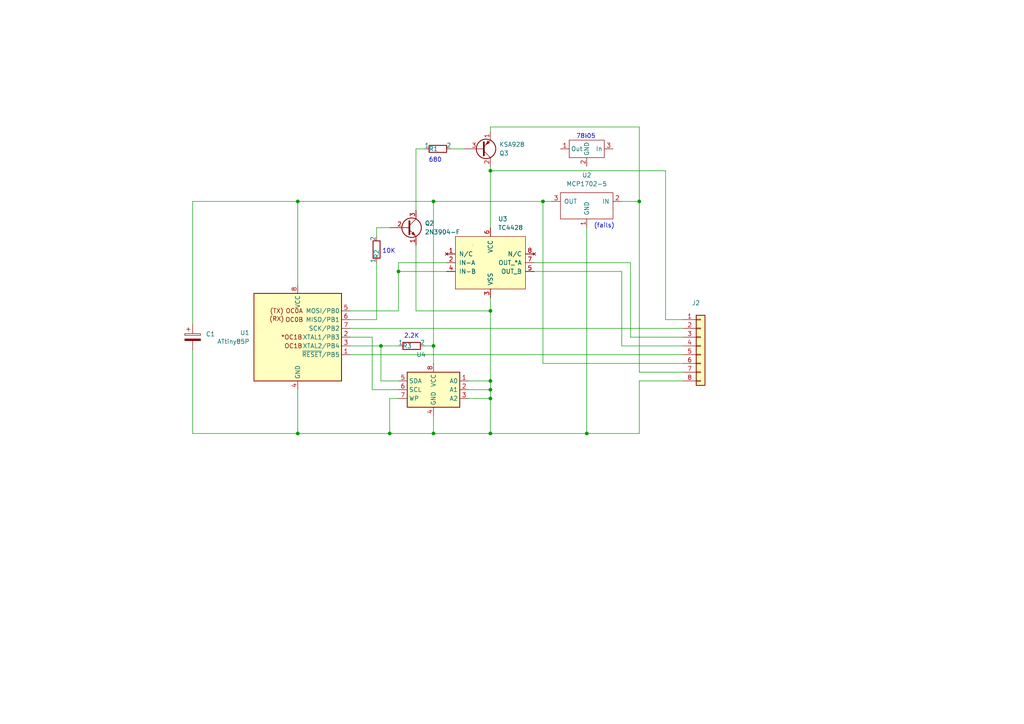
<source format=kicad_sch>
(kicad_sch
	(version 20231120)
	(generator "eeschema")
	(generator_version "8.0")
	(uuid "b068ea16-1fa6-404d-a7f6-f7a235438ac4")
	(paper "A4")
	(lib_symbols
		(symbol "0_Library:24LC512P"
			(exclude_from_sim no)
			(in_bom yes)
			(on_board yes)
			(property "Reference" "U"
				(at -6.35 6.35 0)
				(effects
					(font
						(size 1.27 1.27)
					)
				)
			)
			(property "Value" "24LC512P"
				(at 1.27 6.35 0)
				(effects
					(font
						(size 1.27 1.27)
					)
					(justify left)
				)
			)
			(property "Footprint" "0_Footprint:DIP-8_W_7.62mm"
				(at 0 0 0)
				(effects
					(font
						(size 1.27 1.27)
					)
					(hide yes)
				)
			)
			(property "Datasheet" "http://ww1.microchip.com/downloads/en/DeviceDoc/21703d.pdf"
				(at 0 0 0)
				(effects
					(font
						(size 1.27 1.27)
					)
					(hide yes)
				)
			)
			(property "Description" "I2C Serial EEPROM, 16Kb, DIP-8/SOIC-8/TSSOP-8/DFN-8"
				(at 0 0 0)
				(effects
					(font
						(size 1.27 1.27)
					)
					(hide yes)
				)
			)
			(property "ki_keywords" "I2C Serial EEPROM"
				(at 0 0 0)
				(effects
					(font
						(size 1.27 1.27)
					)
					(hide yes)
				)
			)
			(property "ki_fp_filters" "DIP*W7.62mm* SOIC*3.9x4.9mm* TSSOP*4.4x3mm*P0.65mm* DFN*3x2mm*P0.5mm*"
				(at 0 0 0)
				(effects
					(font
						(size 1.27 1.27)
					)
					(hide yes)
				)
			)
			(symbol "24LC512P_1_1"
				(rectangle
					(start -7.62 5.08)
					(end 7.62 -5.08)
					(stroke
						(width 0.254)
						(type solid)
					)
					(fill
						(type background)
					)
				)
				(pin input line
					(at -10.16 2.54 0)
					(length 2.54)
					(name "A0"
						(effects
							(font
								(size 1.27 1.27)
							)
						)
					)
					(number "1"
						(effects
							(font
								(size 1.27 1.27)
							)
						)
					)
				)
				(pin input line
					(at -10.16 0 0)
					(length 2.54)
					(name "A1"
						(effects
							(font
								(size 1.27 1.27)
							)
						)
					)
					(number "2"
						(effects
							(font
								(size 1.27 1.27)
							)
						)
					)
				)
				(pin input line
					(at -10.16 -2.54 0)
					(length 2.54)
					(name "A2"
						(effects
							(font
								(size 1.27 1.27)
							)
						)
					)
					(number "3"
						(effects
							(font
								(size 1.27 1.27)
							)
						)
					)
				)
				(pin power_in line
					(at 0 -7.62 90)
					(length 2.54)
					(name "GND"
						(effects
							(font
								(size 1.27 1.27)
							)
						)
					)
					(number "4"
						(effects
							(font
								(size 1.27 1.27)
							)
						)
					)
				)
				(pin bidirectional line
					(at 10.16 2.54 180)
					(length 2.54)
					(name "SDA"
						(effects
							(font
								(size 1.27 1.27)
							)
						)
					)
					(number "5"
						(effects
							(font
								(size 1.27 1.27)
							)
						)
					)
				)
				(pin input line
					(at 10.16 0 180)
					(length 2.54)
					(name "SCL"
						(effects
							(font
								(size 1.27 1.27)
							)
						)
					)
					(number "6"
						(effects
							(font
								(size 1.27 1.27)
							)
						)
					)
				)
				(pin input line
					(at 10.16 -2.54 180)
					(length 2.54)
					(name "WP"
						(effects
							(font
								(size 1.27 1.27)
							)
						)
					)
					(number "7"
						(effects
							(font
								(size 1.27 1.27)
							)
						)
					)
				)
				(pin power_in line
					(at 0 7.62 270)
					(length 2.54)
					(name "VCC"
						(effects
							(font
								(size 1.27 1.27)
							)
						)
					)
					(number "8"
						(effects
							(font
								(size 1.27 1.27)
							)
						)
					)
				)
			)
		)
		(symbol "0_Library:2N3904-F"
			(pin_names
				(offset 0) hide)
			(exclude_from_sim no)
			(in_bom yes)
			(on_board yes)
			(property "Reference" "Q"
				(at 5.08 1.905 0)
				(effects
					(font
						(size 1.27 1.27)
					)
					(justify left)
				)
			)
			(property "Value" "2N3904-F"
				(at 5.08 0 0)
				(effects
					(font
						(size 1.27 1.27)
					)
					(justify left)
				)
			)
			(property "Footprint" "0_Footprint:TO-92X"
				(at 5.08 -1.905 0)
				(effects
					(font
						(size 1.27 1.27)
						(italic yes)
					)
					(justify left)
					(hide yes)
				)
			)
			(property "Datasheet" "https://www.onsemi.com/pub/Collateral/2N3903-D.PDF"
				(at 0 0 0)
				(effects
					(font
						(size 1.27 1.27)
					)
					(justify left)
					(hide yes)
				)
			)
			(property "Description" "0.2A Ic, 40V Vce, Small Signal NPN Transistor, TO-92"
				(at 0 0 0)
				(effects
					(font
						(size 1.27 1.27)
					)
					(hide yes)
				)
			)
			(property "ki_keywords" "NPN Transistor"
				(at 0 0 0)
				(effects
					(font
						(size 1.27 1.27)
					)
					(hide yes)
				)
			)
			(property "ki_fp_filters" "TO?92*"
				(at 0 0 0)
				(effects
					(font
						(size 1.27 1.27)
					)
					(hide yes)
				)
			)
			(symbol "2N3904-F_0_1"
				(polyline
					(pts
						(xy 0.635 0.635) (xy 2.54 2.54)
					)
					(stroke
						(width 0)
						(type solid)
					)
					(fill
						(type none)
					)
				)
				(polyline
					(pts
						(xy 0.635 -0.635) (xy 2.54 -2.54) (xy 2.54 -2.54)
					)
					(stroke
						(width 0)
						(type solid)
					)
					(fill
						(type none)
					)
				)
				(polyline
					(pts
						(xy 0.635 1.905) (xy 0.635 -1.905) (xy 0.635 -1.905)
					)
					(stroke
						(width 0.508)
						(type solid)
					)
					(fill
						(type none)
					)
				)
				(polyline
					(pts
						(xy 1.27 -1.778) (xy 1.778 -1.27) (xy 2.286 -2.286) (xy 1.27 -1.778) (xy 1.27 -1.778)
					)
					(stroke
						(width 0)
						(type solid)
					)
					(fill
						(type outline)
					)
				)
				(circle
					(center 1.27 0)
					(radius 2.8194)
					(stroke
						(width 0.254)
						(type solid)
					)
					(fill
						(type none)
					)
				)
			)
			(symbol "2N3904-F_1_1"
				(pin passive line
					(at 2.54 -5.08 90)
					(length 2.54)
					(name "E"
						(effects
							(font
								(size 1.27 1.27)
							)
						)
					)
					(number "1"
						(effects
							(font
								(size 1.27 1.27)
							)
						)
					)
				)
				(pin passive line
					(at -5.08 0 0)
					(length 5.715)
					(name "B"
						(effects
							(font
								(size 1.27 1.27)
							)
						)
					)
					(number "2"
						(effects
							(font
								(size 1.27 1.27)
							)
						)
					)
				)
				(pin passive line
					(at 2.54 5.08 270)
					(length 2.54)
					(name "C"
						(effects
							(font
								(size 1.27 1.27)
							)
						)
					)
					(number "3"
						(effects
							(font
								(size 1.27 1.27)
							)
						)
					)
				)
			)
		)
		(symbol "0_Library:78L05"
			(exclude_from_sim no)
			(in_bom yes)
			(on_board yes)
			(property "Reference" "U"
				(at -1.524 3.81 0)
				(effects
					(font
						(size 1.27 1.27)
					)
				)
			)
			(property "Value" ""
				(at 0 -1.27 0)
				(effects
					(font
						(size 1.27 1.27)
					)
				)
			)
			(property "Footprint" ""
				(at 0 -1.27 0)
				(effects
					(font
						(size 1.27 1.27)
					)
					(hide yes)
				)
			)
			(property "Datasheet" ""
				(at 0 -1.27 0)
				(effects
					(font
						(size 1.27 1.27)
					)
					(hide yes)
				)
			)
			(property "Description" ""
				(at 0 -1.27 0)
				(effects
					(font
						(size 1.27 1.27)
					)
					(hide yes)
				)
			)
			(symbol "78L05_0_1"
				(rectangle
					(start -5.08 2.54)
					(end 5.08 -2.54)
					(stroke
						(width 0)
						(type default)
					)
					(fill
						(type none)
					)
				)
			)
			(symbol "78L05_1_1"
				(pin output line
					(at 7.62 0 180)
					(length 2.54)
					(name "Out"
						(effects
							(font
								(size 1.27 1.27)
							)
						)
					)
					(number "1"
						(effects
							(font
								(size 1.27 1.27)
							)
						)
					)
				)
				(pin unspecified line
					(at 0 -5.08 90)
					(length 2.54)
					(name "GND"
						(effects
							(font
								(size 1.27 1.27)
							)
						)
					)
					(number "2"
						(effects
							(font
								(size 1.27 1.27)
							)
						)
					)
				)
				(pin input line
					(at -7.62 0 0)
					(length 2.54)
					(name "In"
						(effects
							(font
								(size 1.27 1.27)
							)
						)
					)
					(number "3"
						(effects
							(font
								(size 1.27 1.27)
							)
						)
					)
				)
			)
		)
		(symbol "0_Library:ATtiny85P"
			(exclude_from_sim no)
			(in_bom yes)
			(on_board yes)
			(property "Reference" "U"
				(at -12.7 13.97 0)
				(effects
					(font
						(size 1.27 1.27)
					)
					(justify left bottom)
				)
			)
			(property "Value" "ATtiny85P"
				(at 2.54 -13.97 0)
				(effects
					(font
						(size 1.27 1.27)
					)
					(justify left top)
				)
			)
			(property "Footprint" "Package_DIP:DIP-8_W7.62mm"
				(at -1.27 17.78 0)
				(effects
					(font
						(size 1.27 1.27)
						(italic yes)
					)
					(hide yes)
				)
			)
			(property "Datasheet" "http://ww1.microchip.com/downloads/en/DeviceDoc/atmel-2586-avr-8-bit-microcontroller-attiny25-attiny45-attiny85_datasheet.pdf"
				(at 6.35 23.368 0)
				(effects
					(font
						(size 1.27 1.27)
					)
					(hide yes)
				)
			)
			(property "Description" "10MHz, 2kB Flash, 128B SRAM, 128B EEPROM, debugWIRE, DIP-8"
				(at 7.112 20.32 0)
				(effects
					(font
						(size 1.27 1.27)
					)
					(hide yes)
				)
			)
			(property "ki_keywords" "AVR 8bit Microcontroller tinyAVR"
				(at 0 0 0)
				(effects
					(font
						(size 1.27 1.27)
					)
					(hide yes)
				)
			)
			(property "ki_fp_filters" "DIP*W7.62mm*"
				(at 0 0 0)
				(effects
					(font
						(size 1.27 1.27)
					)
					(hide yes)
				)
			)
			(symbol "ATtiny85P_0_0"
				(text "(RX)"
					(at -6.096 5.334 0)
					(effects
						(font
							(size 1.27 1.27)
						)
					)
				)
				(text "(TX)"
					(at -6.096 7.62 0)
					(effects
						(font
							(size 1.27 1.27)
						)
					)
				)
			)
			(symbol "ATtiny85P_0_1"
				(rectangle
					(start -12.7 12.7)
					(end 12.7 -12.7)
					(stroke
						(width 0.254)
						(type solid)
					)
					(fill
						(type background)
					)
				)
			)
			(symbol "ATtiny85P_1_1"
				(text "*OC1B"
					(at -1.778 0 0)
					(effects
						(font
							(size 1.27 1.27)
						)
					)
				)
				(text "OC0A"
					(at -1.016 7.62 0)
					(effects
						(font
							(size 1.27 1.27)
						)
					)
				)
				(text "OC0B"
					(at -1.016 5.08 0)
					(effects
						(font
							(size 1.27 1.27)
						)
					)
				)
				(text "OC1B"
					(at -1.27 -2.54 0)
					(effects
						(font
							(size 1.27 1.27)
						)
					)
				)
				(pin bidirectional line
					(at 15.24 -5.08 180)
					(length 2.54)
					(name "~{RESET}/PB5"
						(effects
							(font
								(size 1.27 1.27)
							)
						)
					)
					(number "1"
						(effects
							(font
								(size 1.27 1.27)
							)
						)
					)
				)
				(pin bidirectional line
					(at 15.24 0 180)
					(length 2.54)
					(name "XTAL1/PB3"
						(effects
							(font
								(size 1.27 1.27)
							)
						)
					)
					(number "2"
						(effects
							(font
								(size 1.27 1.27)
							)
						)
					)
				)
				(pin bidirectional line
					(at 15.24 -2.54 180)
					(length 2.54)
					(name "XTAL2/PB4"
						(effects
							(font
								(size 1.27 1.27)
							)
						)
					)
					(number "3"
						(effects
							(font
								(size 1.27 1.27)
							)
						)
					)
				)
				(pin power_in line
					(at 0 -15.24 90)
					(length 2.54)
					(name "GND"
						(effects
							(font
								(size 1.27 1.27)
							)
						)
					)
					(number "4"
						(effects
							(font
								(size 1.27 1.27)
							)
						)
					)
				)
				(pin bidirectional line
					(at 15.24 7.62 180)
					(length 2.54)
					(name "MOSI/PB0"
						(effects
							(font
								(size 1.27 1.27)
							)
						)
					)
					(number "5"
						(effects
							(font
								(size 1.27 1.27)
							)
						)
					)
				)
				(pin bidirectional line
					(at 15.24 5.08 180)
					(length 2.54)
					(name "MISO/PB1"
						(effects
							(font
								(size 1.27 1.27)
							)
						)
					)
					(number "6"
						(effects
							(font
								(size 1.27 1.27)
							)
						)
					)
				)
				(pin bidirectional line
					(at 15.24 2.54 180)
					(length 2.54)
					(name "SCK/PB2"
						(effects
							(font
								(size 1.27 1.27)
							)
						)
					)
					(number "7"
						(effects
							(font
								(size 1.27 1.27)
							)
						)
					)
				)
				(pin power_in line
					(at 0 15.24 270)
					(length 2.54)
					(name "VCC"
						(effects
							(font
								(size 1.27 1.27)
							)
						)
					)
					(number "8"
						(effects
							(font
								(size 1.27 1.27)
							)
						)
					)
				)
			)
		)
		(symbol "0_Library:CP_Small"
			(pin_numbers hide)
			(pin_names
				(offset 0.0508)
			)
			(exclude_from_sim no)
			(in_bom yes)
			(on_board yes)
			(property "Reference" "C"
				(at 0.635 6.35 0)
				(effects
					(font
						(size 1.27 1.27)
					)
					(justify left)
				)
			)
			(property "Value" "CP_Small"
				(at 0.635 1.27 0)
				(effects
					(font
						(size 1.27 1.27)
					)
					(justify left)
					(hide yes)
				)
			)
			(property "Footprint" "Capacitor_THT:CP_Radial_D4.0mm_P2.00mm"
				(at 0.9652 0 0)
				(effects
					(font
						(size 1.27 1.27)
					)
					(hide yes)
				)
			)
			(property "Datasheet" "~"
				(at 0 3.81 0)
				(effects
					(font
						(size 1.27 1.27)
					)
					(hide yes)
				)
			)
			(property "Description" "Polarized capacitor"
				(at 0 0 0)
				(effects
					(font
						(size 1.27 1.27)
					)
					(hide yes)
				)
			)
			(property "ki_keywords" "cap capacitor"
				(at 0 0 0)
				(effects
					(font
						(size 1.27 1.27)
					)
					(hide yes)
				)
			)
			(property "ki_fp_filters" "CP_*"
				(at 0 0 0)
				(effects
					(font
						(size 1.27 1.27)
					)
					(hide yes)
				)
			)
			(symbol "CP_Small_0_1"
				(rectangle
					(start -2.286 4.318)
					(end 2.286 4.826)
					(stroke
						(width 0)
						(type solid)
					)
					(fill
						(type none)
					)
				)
				(polyline
					(pts
						(xy -1.778 6.096) (xy -0.762 6.096)
					)
					(stroke
						(width 0)
						(type solid)
					)
					(fill
						(type none)
					)
				)
				(polyline
					(pts
						(xy -1.27 6.604) (xy -1.27 5.588)
					)
					(stroke
						(width 0)
						(type solid)
					)
					(fill
						(type none)
					)
				)
				(rectangle
					(start 2.286 3.302)
					(end -2.286 2.794)
					(stroke
						(width 0)
						(type solid)
					)
					(fill
						(type outline)
					)
				)
			)
			(symbol "CP_Small_1_1"
				(pin passive line
					(at 0 7.62 270)
					(length 2.794)
					(name "~"
						(effects
							(font
								(size 1.27 1.27)
							)
						)
					)
					(number "1"
						(effects
							(font
								(size 1.27 1.27)
							)
						)
					)
				)
				(pin passive line
					(at 0 0 90)
					(length 2.794)
					(name "~"
						(effects
							(font
								(size 1.27 1.27)
							)
						)
					)
					(number "2"
						(effects
							(font
								(size 1.27 1.27)
							)
						)
					)
				)
			)
		)
		(symbol "0_Library:Conn_01x08_H"
			(pin_names
				(offset 1.016) hide)
			(exclude_from_sim no)
			(in_bom yes)
			(on_board yes)
			(property "Reference" "J"
				(at 0 10.16 0)
				(effects
					(font
						(size 1.27 1.27)
					)
				)
			)
			(property "Value" "Conn_01x08_H"
				(at 0 -12.7 0)
				(effects
					(font
						(size 1.27 1.27)
					)
				)
			)
			(property "Footprint" "Connector_PinHeader_2.54mm:PinHeader_1x08_P2.54mm_Horizontal"
				(at 0 0 0)
				(effects
					(font
						(size 1.27 1.27)
					)
					(hide yes)
				)
			)
			(property "Datasheet" "~"
				(at 0 0 0)
				(effects
					(font
						(size 1.27 1.27)
					)
					(hide yes)
				)
			)
			(property "Description" "Generic connector, single row, 01x08, script generated (kicad-library-utils/schlib/autogen/connector/)"
				(at 0 0 0)
				(effects
					(font
						(size 1.27 1.27)
					)
					(hide yes)
				)
			)
			(property "ki_keywords" "connector"
				(at 0 0 0)
				(effects
					(font
						(size 1.27 1.27)
					)
					(hide yes)
				)
			)
			(property "ki_fp_filters" "Connector*:*_1x??_*"
				(at 0 0 0)
				(effects
					(font
						(size 1.27 1.27)
					)
					(hide yes)
				)
			)
			(symbol "Conn_01x08_H_1_1"
				(rectangle
					(start -1.27 -10.033)
					(end 0 -10.287)
					(stroke
						(width 0.1524)
						(type solid)
					)
					(fill
						(type none)
					)
				)
				(rectangle
					(start -1.27 -7.493)
					(end 0 -7.747)
					(stroke
						(width 0.1524)
						(type solid)
					)
					(fill
						(type none)
					)
				)
				(rectangle
					(start -1.27 -4.953)
					(end 0 -5.207)
					(stroke
						(width 0.1524)
						(type solid)
					)
					(fill
						(type none)
					)
				)
				(rectangle
					(start -1.27 -2.413)
					(end 0 -2.667)
					(stroke
						(width 0.1524)
						(type solid)
					)
					(fill
						(type none)
					)
				)
				(rectangle
					(start -1.27 0.127)
					(end 0 -0.127)
					(stroke
						(width 0.1524)
						(type solid)
					)
					(fill
						(type none)
					)
				)
				(rectangle
					(start -1.27 2.667)
					(end 0 2.413)
					(stroke
						(width 0.1524)
						(type solid)
					)
					(fill
						(type none)
					)
				)
				(rectangle
					(start -1.27 5.207)
					(end 0 4.953)
					(stroke
						(width 0.1524)
						(type solid)
					)
					(fill
						(type none)
					)
				)
				(rectangle
					(start -1.27 7.747)
					(end 0 7.493)
					(stroke
						(width 0.1524)
						(type solid)
					)
					(fill
						(type none)
					)
				)
				(rectangle
					(start -1.27 8.89)
					(end 1.27 -11.43)
					(stroke
						(width 0.254)
						(type solid)
					)
					(fill
						(type background)
					)
				)
				(pin passive line
					(at -5.08 7.62 0)
					(length 3.81)
					(name "Pin_1"
						(effects
							(font
								(size 1.27 1.27)
							)
						)
					)
					(number "1"
						(effects
							(font
								(size 1.27 1.27)
							)
						)
					)
				)
				(pin passive line
					(at -5.08 5.08 0)
					(length 3.81)
					(name "Pin_2"
						(effects
							(font
								(size 1.27 1.27)
							)
						)
					)
					(number "2"
						(effects
							(font
								(size 1.27 1.27)
							)
						)
					)
				)
				(pin passive line
					(at -5.08 2.54 0)
					(length 3.81)
					(name "Pin_3"
						(effects
							(font
								(size 1.27 1.27)
							)
						)
					)
					(number "3"
						(effects
							(font
								(size 1.27 1.27)
							)
						)
					)
				)
				(pin passive line
					(at -5.08 0 0)
					(length 3.81)
					(name "Pin_4"
						(effects
							(font
								(size 1.27 1.27)
							)
						)
					)
					(number "4"
						(effects
							(font
								(size 1.27 1.27)
							)
						)
					)
				)
				(pin passive line
					(at -5.08 -2.54 0)
					(length 3.81)
					(name "Pin_5"
						(effects
							(font
								(size 1.27 1.27)
							)
						)
					)
					(number "5"
						(effects
							(font
								(size 1.27 1.27)
							)
						)
					)
				)
				(pin passive line
					(at -5.08 -5.08 0)
					(length 3.81)
					(name "Pin_6"
						(effects
							(font
								(size 1.27 1.27)
							)
						)
					)
					(number "6"
						(effects
							(font
								(size 1.27 1.27)
							)
						)
					)
				)
				(pin passive line
					(at -5.08 -7.62 0)
					(length 3.81)
					(name "Pin_7"
						(effects
							(font
								(size 1.27 1.27)
							)
						)
					)
					(number "7"
						(effects
							(font
								(size 1.27 1.27)
							)
						)
					)
				)
				(pin passive line
					(at -5.08 -10.16 0)
					(length 3.81)
					(name "Pin_8"
						(effects
							(font
								(size 1.27 1.27)
							)
						)
					)
					(number "8"
						(effects
							(font
								(size 1.27 1.27)
							)
						)
					)
				)
			)
		)
		(symbol "0_Library:KSA928"
			(pin_names
				(offset 0) hide)
			(exclude_from_sim no)
			(in_bom yes)
			(on_board yes)
			(property "Reference" "Q"
				(at 5.08 1.27 0)
				(effects
					(font
						(size 1.27 1.27)
					)
					(justify left)
				)
			)
			(property "Value" "KSA928"
				(at 5.08 -1.27 0)
				(effects
					(font
						(size 1.27 1.27)
					)
					(justify left)
				)
			)
			(property "Footprint" "0_Footprint:TO-92X"
				(at 5.08 2.54 0)
				(effects
					(font
						(size 1.27 1.27)
					)
					(hide yes)
				)
			)
			(property "Datasheet" "~"
				(at 0 0 0)
				(effects
					(font
						(size 1.27 1.27)
					)
					(hide yes)
				)
			)
			(property "Description" "PNP transistor, base/collector/emitter"
				(at 0 0 0)
				(effects
					(font
						(size 1.27 1.27)
					)
					(hide yes)
				)
			)
			(property "ki_keywords" "transistor PNP"
				(at 0 0 0)
				(effects
					(font
						(size 1.27 1.27)
					)
					(hide yes)
				)
			)
			(symbol "KSA928_0_1"
				(polyline
					(pts
						(xy 0.635 0.635) (xy 2.54 2.54)
					)
					(stroke
						(width 0)
						(type solid)
					)
					(fill
						(type none)
					)
				)
				(polyline
					(pts
						(xy 0.635 -0.635) (xy 2.54 -2.54) (xy 2.54 -2.54)
					)
					(stroke
						(width 0)
						(type solid)
					)
					(fill
						(type none)
					)
				)
				(polyline
					(pts
						(xy 0.635 1.905) (xy 0.635 -1.905) (xy 0.635 -1.905)
					)
					(stroke
						(width 0.508)
						(type solid)
					)
					(fill
						(type none)
					)
				)
				(polyline
					(pts
						(xy 2.286 -1.778) (xy 1.778 -2.286) (xy 1.27 -1.27) (xy 2.286 -1.778) (xy 2.286 -1.778)
					)
					(stroke
						(width 0)
						(type solid)
					)
					(fill
						(type outline)
					)
				)
				(circle
					(center 1.27 0)
					(radius 2.8194)
					(stroke
						(width 0.254)
						(type solid)
					)
					(fill
						(type none)
					)
				)
			)
			(symbol "KSA928_1_1"
				(pin passive line
					(at 2.54 -5.08 90)
					(length 2.54)
					(name "E"
						(effects
							(font
								(size 1.27 1.27)
							)
						)
					)
					(number "1"
						(effects
							(font
								(size 1.27 1.27)
							)
						)
					)
				)
				(pin passive line
					(at 2.54 5.08 270)
					(length 2.54)
					(name "C"
						(effects
							(font
								(size 1.27 1.27)
							)
						)
					)
					(number "2"
						(effects
							(font
								(size 1.27 1.27)
							)
						)
					)
				)
				(pin input line
					(at -5.08 0 0)
					(length 5.715)
					(name "B"
						(effects
							(font
								(size 1.27 1.27)
							)
						)
					)
					(number "3"
						(effects
							(font
								(size 1.27 1.27)
							)
						)
					)
				)
			)
		)
		(symbol "0_Library:MCP1702-5"
			(pin_names
				(offset 1.016)
			)
			(exclude_from_sim no)
			(in_bom yes)
			(on_board yes)
			(property "Reference" "U"
				(at -7.62 7.62 0)
				(effects
					(font
						(size 1.27 1.27)
					)
				)
			)
			(property "Value" "MCP1702-5"
				(at -2.54 5.08 0)
				(effects
					(font
						(size 1.27 1.27)
					)
				)
			)
			(property "Footprint" "0_Footprint:TO-92X"
				(at 7.62 -7.62 0)
				(effects
					(font
						(size 1.27 1.27)
					)
					(hide yes)
				)
			)
			(property "Datasheet" ""
				(at 0 0 0)
				(effects
					(font
						(size 1.27 1.27)
					)
					(hide yes)
				)
			)
			(property "Description" ""
				(at 0 0 0)
				(effects
					(font
						(size 1.27 1.27)
					)
					(hide yes)
				)
			)
			(symbol "MCP1702-5_0_1"
				(rectangle
					(start -10.16 2.54)
					(end 5.08 -5.08)
					(stroke
						(width 0)
						(type solid)
					)
					(fill
						(type none)
					)
				)
			)
			(symbol "MCP1702-5_1_1"
				(pin input line
					(at -2.54 -7.62 90)
					(length 2.54)
					(name "GND"
						(effects
							(font
								(size 1.27 1.27)
							)
						)
					)
					(number "1"
						(effects
							(font
								(size 1.27 1.27)
							)
						)
					)
				)
				(pin input line
					(at -12.7 0 0)
					(length 2.54)
					(name "IN"
						(effects
							(font
								(size 1.27 1.27)
							)
						)
					)
					(number "2"
						(effects
							(font
								(size 1.27 1.27)
							)
						)
					)
				)
				(pin input line
					(at 7.62 0 180)
					(length 2.54)
					(name "OUT"
						(effects
							(font
								(size 1.27 1.27)
							)
						)
					)
					(number "3"
						(effects
							(font
								(size 1.27 1.27)
							)
						)
					)
				)
			)
		)
		(symbol "0_Library:Resistor"
			(pin_numbers hide)
			(pin_names
				(offset 0)
			)
			(exclude_from_sim no)
			(in_bom yes)
			(on_board yes)
			(property "Reference" "R"
				(at 2.54 0 0)
				(do_not_autoplace)
				(effects
					(font
						(size 1.27 1.27)
					)
				)
			)
			(property "Value" "Resistor"
				(at 7.62 0.635 0)
				(effects
					(font
						(size 0.2032 0.2032)
					)
					(hide yes)
				)
			)
			(property "Footprint" "0_Footprint:QWSlim"
				(at 5.08 -2.54 0)
				(effects
					(font
						(size 1.27 1.27)
					)
					(hide yes)
				)
			)
			(property "Datasheet" "~"
				(at 3.81 2.54 90)
				(effects
					(font
						(size 1.27 1.27)
					)
					(hide yes)
				)
			)
			(property "Description" "Resistor"
				(at 0 0 0)
				(effects
					(font
						(size 1.27 1.27)
					)
					(hide yes)
				)
			)
			(property "ki_keywords" "R res resistor"
				(at 0 0 0)
				(effects
					(font
						(size 1.27 1.27)
					)
					(hide yes)
				)
			)
			(property "ki_fp_filters" "R_*"
				(at 0 0 0)
				(effects
					(font
						(size 1.27 1.27)
					)
					(hide yes)
				)
			)
			(symbol "Resistor_1_1"
				(rectangle
					(start 1.27 1.016)
					(end 6.35 -1.016)
					(stroke
						(width 0.254)
						(type solid)
					)
					(fill
						(type none)
					)
				)
				(pin passive line
					(at 0 0 0)
					(length 1.27)
					(name "1"
						(effects
							(font
								(size 1.27 1.27)
							)
						)
					)
					(number "1"
						(effects
							(font
								(size 1.27 1.27)
							)
						)
					)
				)
				(pin passive line
					(at 7.62 0 180)
					(length 1.27)
					(name "2"
						(effects
							(font
								(size 1.27 1.27)
							)
						)
					)
					(number "2"
						(effects
							(font
								(size 1.27 1.27)
							)
						)
					)
				)
			)
		)
		(symbol "0_Library:TC4428"
			(pin_names
				(offset 1.016)
			)
			(exclude_from_sim no)
			(in_bom yes)
			(on_board yes)
			(property "Reference" "U"
				(at 12.7 -10.16 0)
				(effects
					(font
						(size 1.27 1.27)
					)
				)
			)
			(property "Value" "TC4428"
				(at -7.62 10.16 0)
				(effects
					(font
						(size 1.27 1.27)
					)
				)
			)
			(property "Footprint" "Package_DIP:DIP-8_W7.62mm_LongPads"
				(at 0 0 0)
				(effects
					(font
						(size 1.27 1.27)
					)
					(hide yes)
				)
			)
			(property "Datasheet" ""
				(at 0 0 0)
				(effects
					(font
						(size 1.27 1.27)
					)
					(hide yes)
				)
			)
			(property "Description" ""
				(at 0 0 0)
				(effects
					(font
						(size 1.27 1.27)
					)
					(hide yes)
				)
			)
			(symbol "TC4428_0_1"
				(rectangle
					(start -10.16 7.62)
					(end 10.16 -7.62)
					(stroke
						(width 0)
						(type solid)
					)
					(fill
						(type background)
					)
				)
				(rectangle
					(start -5.08 5.08)
					(end -5.08 5.08)
					(stroke
						(width 0)
						(type solid)
					)
					(fill
						(type none)
					)
				)
			)
			(symbol "TC4428_1_1"
				(pin no_connect line
					(at -12.7 2.54 0)
					(length 2.54)
					(name "N/C"
						(effects
							(font
								(size 1.27 1.27)
							)
						)
					)
					(number "1"
						(effects
							(font
								(size 1.27 1.27)
							)
						)
					)
				)
				(pin input line
					(at -12.7 0 0)
					(length 2.54)
					(name "IN-A"
						(effects
							(font
								(size 1.27 1.27)
							)
						)
					)
					(number "2"
						(effects
							(font
								(size 1.27 1.27)
							)
						)
					)
				)
				(pin power_in line
					(at 0 -10.16 90)
					(length 2.54)
					(name "VSS"
						(effects
							(font
								(size 1.27 1.27)
							)
						)
					)
					(number "3"
						(effects
							(font
								(size 1.27 1.27)
							)
						)
					)
				)
				(pin input line
					(at -12.7 -2.54 0)
					(length 2.54)
					(name "IN-B"
						(effects
							(font
								(size 1.27 1.27)
							)
						)
					)
					(number "4"
						(effects
							(font
								(size 1.27 1.27)
							)
						)
					)
				)
				(pin output line
					(at 12.7 -2.54 180)
					(length 2.54)
					(name "OUT_B"
						(effects
							(font
								(size 1.27 1.27)
							)
						)
					)
					(number "5"
						(effects
							(font
								(size 1.27 1.27)
							)
						)
					)
				)
				(pin power_in line
					(at 0 10.16 270)
					(length 2.54)
					(name "VCC"
						(effects
							(font
								(size 1.27 1.27)
							)
						)
					)
					(number "6"
						(effects
							(font
								(size 1.27 1.27)
							)
						)
					)
				)
				(pin output line
					(at 12.7 0 180)
					(length 2.54)
					(name "OUT_*A"
						(effects
							(font
								(size 1.27 1.27)
							)
						)
					)
					(number "7"
						(effects
							(font
								(size 1.27 1.27)
							)
						)
					)
				)
				(pin no_connect line
					(at 12.7 2.54 180)
					(length 2.54)
					(name "N/C"
						(effects
							(font
								(size 1.27 1.27)
							)
						)
					)
					(number "8"
						(effects
							(font
								(size 1.27 1.27)
							)
						)
					)
				)
			)
		)
	)
	(junction
		(at 142.24 125.73)
		(diameter 0)
		(color 0 0 0 0)
		(uuid "458882de-1c00-4d30-9397-18104d5217dd")
	)
	(junction
		(at 142.24 110.49)
		(diameter 0)
		(color 0 0 0 0)
		(uuid "4e0aaa70-5744-4f88-afe7-ed0e75c21b8b")
	)
	(junction
		(at 125.73 100.33)
		(diameter 0)
		(color 0 0 0 0)
		(uuid "584404e4-ab5a-40ec-8cdd-5b5e045d68cb")
	)
	(junction
		(at 170.18 125.73)
		(diameter 0)
		(color 0 0 0 0)
		(uuid "5b1396c3-5fce-4173-874c-a0c880563035")
	)
	(junction
		(at 142.24 115.57)
		(diameter 0)
		(color 0 0 0 0)
		(uuid "5f25cebb-b16a-4f8f-a72c-1d47f9d70556")
	)
	(junction
		(at 125.73 125.73)
		(diameter 0)
		(color 0 0 0 0)
		(uuid "63125ba2-cc8f-4a5d-bb38-9a7e605898c9")
	)
	(junction
		(at 185.42 58.42)
		(diameter 0)
		(color 0 0 0 0)
		(uuid "708b3576-2908-4cb3-81de-19bb0ec77b5f")
	)
	(junction
		(at 110.49 100.33)
		(diameter 0)
		(color 0 0 0 0)
		(uuid "826541d7-f3e2-4596-88f7-d220ff6c7bc3")
	)
	(junction
		(at 115.57 78.74)
		(diameter 0)
		(color 0 0 0 0)
		(uuid "85efe03a-1034-4292-9668-b6d7f6d8a5f8")
	)
	(junction
		(at 157.48 58.42)
		(diameter 0)
		(color 0 0 0 0)
		(uuid "8e7d3949-2c47-435c-968e-d60a8631881c")
	)
	(junction
		(at 86.36 125.73)
		(diameter 0)
		(color 0 0 0 0)
		(uuid "91ec1304-2dca-45da-8e8b-1187022c2070")
	)
	(junction
		(at 86.36 58.42)
		(diameter 0)
		(color 0 0 0 0)
		(uuid "92ffa215-4e6f-4302-baf4-54f030769646")
	)
	(junction
		(at 125.73 58.42)
		(diameter 0)
		(color 0 0 0 0)
		(uuid "bc58933d-ba04-4f0d-9245-06f5b1049976")
	)
	(junction
		(at 142.24 113.03)
		(diameter 0)
		(color 0 0 0 0)
		(uuid "c35f7204-7eba-461d-a560-4c5719ff1ce8")
	)
	(junction
		(at 113.03 125.73)
		(diameter 0)
		(color 0 0 0 0)
		(uuid "d068a1b0-38ca-442f-ae8b-799e8df238fc")
	)
	(junction
		(at 142.24 49.53)
		(diameter 0)
		(color 0 0 0 0)
		(uuid "e23a96dd-10bc-473d-90d2-2c3ecbcd213f")
	)
	(junction
		(at 142.24 90.17)
		(diameter 0)
		(color 0 0 0 0)
		(uuid "f74bb883-73cb-4604-a183-df53ae274b65")
	)
	(wire
		(pts
			(xy 142.24 49.53) (xy 193.04 49.53)
		)
		(stroke
			(width 0)
			(type default)
		)
		(uuid "0104d9d9-e816-4b99-8b49-4983c0163bd0")
	)
	(wire
		(pts
			(xy 86.36 125.73) (xy 55.88 125.73)
		)
		(stroke
			(width 0)
			(type default)
		)
		(uuid "0576f4a2-1732-4b06-a7cd-c7b77d962ea8")
	)
	(wire
		(pts
			(xy 185.42 110.49) (xy 198.12 110.49)
		)
		(stroke
			(width 0)
			(type default)
		)
		(uuid "09bc7ef0-12df-49a3-bc01-9c43ed60b5d6")
	)
	(wire
		(pts
			(xy 101.6 100.33) (xy 110.49 100.33)
		)
		(stroke
			(width 0)
			(type default)
		)
		(uuid "0aadd47a-cab4-4bb4-bf4e-341b70417881")
	)
	(wire
		(pts
			(xy 107.95 113.03) (xy 115.57 113.03)
		)
		(stroke
			(width 0)
			(type default)
		)
		(uuid "1a4a72bd-6f38-4685-bf6b-68974b86a5ff")
	)
	(wire
		(pts
			(xy 193.04 49.53) (xy 193.04 92.71)
		)
		(stroke
			(width 0)
			(type default)
		)
		(uuid "234a2858-2d3f-459d-9eeb-c25e0596d979")
	)
	(wire
		(pts
			(xy 157.48 58.42) (xy 157.48 105.41)
		)
		(stroke
			(width 0)
			(type default)
		)
		(uuid "245395e0-4c0b-4d28-9027-b2183b8d7023")
	)
	(wire
		(pts
			(xy 142.24 90.17) (xy 142.24 110.49)
		)
		(stroke
			(width 0)
			(type default)
		)
		(uuid "252ff5b1-293e-4b6c-bef6-995a1fbe78dc")
	)
	(wire
		(pts
			(xy 55.88 58.42) (xy 86.36 58.42)
		)
		(stroke
			(width 0)
			(type default)
		)
		(uuid "26cfb712-c935-409a-9be5-c861d62d534c")
	)
	(wire
		(pts
			(xy 135.89 115.57) (xy 142.24 115.57)
		)
		(stroke
			(width 0)
			(type default)
		)
		(uuid "29c9539f-ee61-4c23-a6b5-5cecc2ff3ac5")
	)
	(wire
		(pts
			(xy 109.22 68.58) (xy 109.22 66.04)
		)
		(stroke
			(width 0)
			(type default)
		)
		(uuid "30f5e97b-5358-483d-8ee3-77a70610b56a")
	)
	(wire
		(pts
			(xy 101.6 92.71) (xy 109.22 92.71)
		)
		(stroke
			(width 0)
			(type default)
		)
		(uuid "36a9bcd5-7391-472e-9080-a2963916d4e0")
	)
	(wire
		(pts
			(xy 142.24 115.57) (xy 142.24 125.73)
		)
		(stroke
			(width 0)
			(type default)
		)
		(uuid "3924ff5e-58de-4d38-bdce-bc6d5f4ae8d1")
	)
	(wire
		(pts
			(xy 170.18 125.73) (xy 185.42 125.73)
		)
		(stroke
			(width 0)
			(type default)
		)
		(uuid "3bb39e1d-93b9-4c5e-aab2-b74c72230dc6")
	)
	(wire
		(pts
			(xy 185.42 107.95) (xy 198.12 107.95)
		)
		(stroke
			(width 0)
			(type default)
		)
		(uuid "3c0884f6-4ea1-4bec-bc5e-8e5763ed5490")
	)
	(wire
		(pts
			(xy 120.65 71.12) (xy 120.65 90.17)
		)
		(stroke
			(width 0)
			(type default)
		)
		(uuid "41bd5659-800c-4526-bdbc-f3ddd79623b4")
	)
	(wire
		(pts
			(xy 185.42 125.73) (xy 185.42 110.49)
		)
		(stroke
			(width 0)
			(type default)
		)
		(uuid "42d5055c-2953-461e-a9ac-c2f620d4953a")
	)
	(wire
		(pts
			(xy 193.04 92.71) (xy 198.12 92.71)
		)
		(stroke
			(width 0)
			(type default)
		)
		(uuid "43dfcb55-1d4c-4533-8984-338082b48c2c")
	)
	(wire
		(pts
			(xy 86.36 113.03) (xy 86.36 125.73)
		)
		(stroke
			(width 0)
			(type default)
		)
		(uuid "48f33953-8a98-4baf-98b0-dbc56dfa85a2")
	)
	(wire
		(pts
			(xy 115.57 76.2) (xy 115.57 78.74)
		)
		(stroke
			(width 0)
			(type default)
		)
		(uuid "565aad6f-b4af-4fa5-8858-adc4f0d2a90b")
	)
	(wire
		(pts
			(xy 86.36 125.73) (xy 113.03 125.73)
		)
		(stroke
			(width 0)
			(type default)
		)
		(uuid "59f14e07-7fd5-4f59-adaa-1bbe48020be4")
	)
	(wire
		(pts
			(xy 110.49 100.33) (xy 115.57 100.33)
		)
		(stroke
			(width 0)
			(type default)
		)
		(uuid "5b04f601-b1cb-4f16-b1fe-1f00d4e041b3")
	)
	(wire
		(pts
			(xy 180.34 100.33) (xy 198.12 100.33)
		)
		(stroke
			(width 0)
			(type default)
		)
		(uuid "62229746-5781-404c-bcf9-8c83468d8e06")
	)
	(wire
		(pts
			(xy 55.88 125.73) (xy 55.88 101.6)
		)
		(stroke
			(width 0)
			(type default)
		)
		(uuid "667de7f8-547b-4675-a35e-20aff58b8574")
	)
	(wire
		(pts
			(xy 120.65 43.18) (xy 123.19 43.18)
		)
		(stroke
			(width 0)
			(type default)
		)
		(uuid "670ea313-4cfa-4ca9-85d9-52b723a4c93e")
	)
	(wire
		(pts
			(xy 101.6 97.79) (xy 107.95 97.79)
		)
		(stroke
			(width 0)
			(type default)
		)
		(uuid "6dd8ece7-6ee5-450b-b51b-52bee0ab3d18")
	)
	(wire
		(pts
			(xy 125.73 125.73) (xy 142.24 125.73)
		)
		(stroke
			(width 0)
			(type default)
		)
		(uuid "6fcf8fa3-2df8-4763-b5ab-5bc07d617b77")
	)
	(wire
		(pts
			(xy 182.88 76.2) (xy 182.88 97.79)
		)
		(stroke
			(width 0)
			(type default)
		)
		(uuid "74482de5-fde1-4b99-8767-94bb2cc18882")
	)
	(wire
		(pts
			(xy 125.73 100.33) (xy 125.73 105.41)
		)
		(stroke
			(width 0)
			(type default)
		)
		(uuid "77648e75-58a2-4a0b-9a63-adb0698e6dcb")
	)
	(wire
		(pts
			(xy 113.03 115.57) (xy 113.03 125.73)
		)
		(stroke
			(width 0)
			(type default)
		)
		(uuid "7f27f585-48f7-4611-ba39-f987ffae8f18")
	)
	(wire
		(pts
			(xy 142.24 125.73) (xy 170.18 125.73)
		)
		(stroke
			(width 0)
			(type default)
		)
		(uuid "8073c685-7531-456a-8a31-3261078b2c21")
	)
	(wire
		(pts
			(xy 86.36 58.42) (xy 125.73 58.42)
		)
		(stroke
			(width 0)
			(type default)
		)
		(uuid "86070359-e53d-43e7-96a7-e8ffd3375226")
	)
	(wire
		(pts
			(xy 101.6 102.87) (xy 198.12 102.87)
		)
		(stroke
			(width 0)
			(type default)
		)
		(uuid "88511324-d96a-479e-bc2d-39b896219aa7")
	)
	(wire
		(pts
			(xy 86.36 82.55) (xy 86.36 58.42)
		)
		(stroke
			(width 0)
			(type default)
		)
		(uuid "8c91c415-c450-44be-a936-d0dd3eef41f5")
	)
	(wire
		(pts
			(xy 115.57 76.2) (xy 129.54 76.2)
		)
		(stroke
			(width 0)
			(type default)
		)
		(uuid "95fec317-5c65-4e75-9789-3b5fb9d716a5")
	)
	(wire
		(pts
			(xy 125.73 58.42) (xy 157.48 58.42)
		)
		(stroke
			(width 0)
			(type default)
		)
		(uuid "967b301f-889a-49b0-9b7a-339a2e740f5f")
	)
	(wire
		(pts
			(xy 109.22 76.2) (xy 109.22 92.71)
		)
		(stroke
			(width 0)
			(type default)
		)
		(uuid "9937ef93-a261-4bc0-86b2-fd20dc48f94f")
	)
	(wire
		(pts
			(xy 142.24 86.36) (xy 142.24 90.17)
		)
		(stroke
			(width 0)
			(type default)
		)
		(uuid "a546e521-9d51-44a3-bf47-6fb65c58b780")
	)
	(wire
		(pts
			(xy 115.57 115.57) (xy 113.03 115.57)
		)
		(stroke
			(width 0)
			(type default)
		)
		(uuid "a5cf85db-36b3-4475-9213-98d4ce2ab6ee")
	)
	(wire
		(pts
			(xy 154.94 76.2) (xy 182.88 76.2)
		)
		(stroke
			(width 0)
			(type default)
		)
		(uuid "a8a72b90-b6d9-4605-9b40-5c4028ab71bf")
	)
	(wire
		(pts
			(xy 142.24 49.53) (xy 142.24 66.04)
		)
		(stroke
			(width 0)
			(type default)
		)
		(uuid "a9f4f6ec-f241-40e8-b5cc-d10dd52aa0a2")
	)
	(wire
		(pts
			(xy 55.88 93.98) (xy 55.88 58.42)
		)
		(stroke
			(width 0)
			(type default)
		)
		(uuid "b2cd808a-0f24-4d78-be1e-65191200c8e3")
	)
	(wire
		(pts
			(xy 135.89 113.03) (xy 142.24 113.03)
		)
		(stroke
			(width 0)
			(type default)
		)
		(uuid "b30867b5-db8b-4ae6-bb9b-dd8b92b38862")
	)
	(wire
		(pts
			(xy 154.94 78.74) (xy 180.34 78.74)
		)
		(stroke
			(width 0)
			(type default)
		)
		(uuid "b4256b60-01e8-41f6-a94b-1171b4286ad1")
	)
	(wire
		(pts
			(xy 125.73 58.42) (xy 125.73 100.33)
		)
		(stroke
			(width 0)
			(type default)
		)
		(uuid "bc83930f-a399-4c30-8f6a-b1b1de2cd686")
	)
	(wire
		(pts
			(xy 110.49 110.49) (xy 115.57 110.49)
		)
		(stroke
			(width 0)
			(type default)
		)
		(uuid "c1c63b9d-078d-4ed1-aeff-ae0d5537bfe6")
	)
	(wire
		(pts
			(xy 142.24 48.26) (xy 142.24 49.53)
		)
		(stroke
			(width 0)
			(type default)
		)
		(uuid "c2688736-a676-4f01-acdf-aa1f186abc6b")
	)
	(wire
		(pts
			(xy 185.42 36.83) (xy 185.42 58.42)
		)
		(stroke
			(width 0)
			(type default)
		)
		(uuid "c2bb053a-01e9-4627-b299-e582f367645c")
	)
	(wire
		(pts
			(xy 115.57 78.74) (xy 129.54 78.74)
		)
		(stroke
			(width 0)
			(type default)
		)
		(uuid "c5372e2a-03f4-4945-a8b0-b99cef131299")
	)
	(wire
		(pts
			(xy 142.24 110.49) (xy 142.24 113.03)
		)
		(stroke
			(width 0)
			(type default)
		)
		(uuid "c616e026-07cc-4a68-ace4-d2d40c951dd3")
	)
	(wire
		(pts
			(xy 182.88 97.79) (xy 198.12 97.79)
		)
		(stroke
			(width 0)
			(type default)
		)
		(uuid "cbe33443-7a08-4d49-a1dd-0c7167319c0c")
	)
	(wire
		(pts
			(xy 185.42 58.42) (xy 185.42 107.95)
		)
		(stroke
			(width 0)
			(type default)
		)
		(uuid "cf61a01f-0f48-4623-8a4c-6c4b4f5e66a2")
	)
	(wire
		(pts
			(xy 135.89 110.49) (xy 142.24 110.49)
		)
		(stroke
			(width 0)
			(type default)
		)
		(uuid "d53ae623-6b10-4be3-97d1-1d7de849336b")
	)
	(wire
		(pts
			(xy 142.24 113.03) (xy 142.24 115.57)
		)
		(stroke
			(width 0)
			(type default)
		)
		(uuid "d70b9617-bfa0-4b6c-8353-71dcc6193986")
	)
	(wire
		(pts
			(xy 101.6 95.25) (xy 198.12 95.25)
		)
		(stroke
			(width 0)
			(type default)
		)
		(uuid "d8a87e6d-6718-47b2-a155-4c1bea6421b7")
	)
	(wire
		(pts
			(xy 180.34 58.42) (xy 185.42 58.42)
		)
		(stroke
			(width 0)
			(type default)
		)
		(uuid "dacb2323-250e-432b-9957-768d645c4472")
	)
	(wire
		(pts
			(xy 110.49 100.33) (xy 110.49 110.49)
		)
		(stroke
			(width 0)
			(type default)
		)
		(uuid "db2c3c11-bec1-4d91-a724-67770cdf9114")
	)
	(wire
		(pts
			(xy 130.81 43.18) (xy 134.62 43.18)
		)
		(stroke
			(width 0)
			(type default)
		)
		(uuid "db58826d-4b60-4e6e-a3ba-f7f88626390e")
	)
	(wire
		(pts
			(xy 170.18 66.04) (xy 170.18 125.73)
		)
		(stroke
			(width 0)
			(type default)
		)
		(uuid "dca03490-4485-48ec-af83-7966b7481116")
	)
	(wire
		(pts
			(xy 115.57 78.74) (xy 115.57 90.17)
		)
		(stroke
			(width 0)
			(type default)
		)
		(uuid "dfa4999d-180b-48f0-92ef-c82de8305386")
	)
	(wire
		(pts
			(xy 157.48 58.42) (xy 160.02 58.42)
		)
		(stroke
			(width 0)
			(type default)
		)
		(uuid "e1fe4c9b-4925-4cd7-b3f9-1e995d74dbd8")
	)
	(wire
		(pts
			(xy 120.65 60.96) (xy 120.65 43.18)
		)
		(stroke
			(width 0)
			(type default)
		)
		(uuid "e2497611-a1ac-438a-85a5-853d6582cccf")
	)
	(wire
		(pts
			(xy 180.34 78.74) (xy 180.34 100.33)
		)
		(stroke
			(width 0)
			(type default)
		)
		(uuid "ea1660b6-543f-4940-ba54-bcd042549d85")
	)
	(wire
		(pts
			(xy 142.24 36.83) (xy 142.24 38.1)
		)
		(stroke
			(width 0)
			(type default)
		)
		(uuid "ea1f429f-794c-4796-abf7-f76082e10e3d")
	)
	(wire
		(pts
			(xy 107.95 97.79) (xy 107.95 113.03)
		)
		(stroke
			(width 0)
			(type default)
		)
		(uuid "ea2eee1b-ea41-4214-8aa6-fd5f80ae8c8e")
	)
	(wire
		(pts
			(xy 101.6 90.17) (xy 115.57 90.17)
		)
		(stroke
			(width 0)
			(type default)
		)
		(uuid "ef5e3ed3-695d-46d4-9866-2a925fe48175")
	)
	(wire
		(pts
			(xy 157.48 105.41) (xy 198.12 105.41)
		)
		(stroke
			(width 0)
			(type default)
		)
		(uuid "f1569e4c-bc25-44dc-a131-aaef38bffd2c")
	)
	(wire
		(pts
			(xy 123.19 100.33) (xy 125.73 100.33)
		)
		(stroke
			(width 0)
			(type default)
		)
		(uuid "f40eee7b-07b2-46db-9814-ff4b493aff60")
	)
	(wire
		(pts
			(xy 113.03 125.73) (xy 125.73 125.73)
		)
		(stroke
			(width 0)
			(type default)
		)
		(uuid "f4111b2f-e11a-4aea-8953-46ef33595b54")
	)
	(wire
		(pts
			(xy 125.73 120.65) (xy 125.73 125.73)
		)
		(stroke
			(width 0)
			(type default)
		)
		(uuid "f4da726b-b162-4b96-8fda-82beb9392a1d")
	)
	(wire
		(pts
			(xy 120.65 90.17) (xy 142.24 90.17)
		)
		(stroke
			(width 0)
			(type default)
		)
		(uuid "f55b4d95-7dd9-44de-874e-26bf242247ab")
	)
	(wire
		(pts
			(xy 142.24 36.83) (xy 185.42 36.83)
		)
		(stroke
			(width 0)
			(type default)
		)
		(uuid "fbff489a-ef7d-4591-89d1-b442724d1632")
	)
	(wire
		(pts
			(xy 109.22 66.04) (xy 113.03 66.04)
		)
		(stroke
			(width 0)
			(type default)
		)
		(uuid "fe7565a9-3e29-474f-860b-4b6ca9323212")
	)
	(text "10K"
		(exclude_from_sim no)
		(at 112.776 72.898 0)
		(effects
			(font
				(size 1.27 1.27)
			)
		)
		(uuid "18345f31-cdeb-4d1a-ab43-71fe180f11bf")
	)
	(text "78l05"
		(exclude_from_sim no)
		(at 169.926 39.624 0)
		(effects
			(font
				(size 1.27 1.27)
			)
		)
		(uuid "229311b7-f67f-4bce-b14d-66e872dfbd45")
	)
	(text "680"
		(exclude_from_sim no)
		(at 126.238 46.482 0)
		(effects
			(font
				(size 1.27 1.27)
			)
		)
		(uuid "2d386790-518b-4ccb-b169-d7d0e60cd710")
	)
	(text "(fails)"
		(exclude_from_sim no)
		(at 175.26 65.532 0)
		(effects
			(font
				(size 1.27 1.27)
			)
		)
		(uuid "ebd3097c-ae7d-4cbd-9044-be1293bb280b")
	)
	(text "2.2K"
		(exclude_from_sim no)
		(at 119.38 97.536 0)
		(effects
			(font
				(size 1.27 1.27)
			)
		)
		(uuid "fef5909b-17da-4c58-ae85-f16cc82ddb5e")
	)
	(symbol
		(lib_id "0_Library:2N3904-F")
		(at 118.11 66.04 0)
		(unit 1)
		(exclude_from_sim no)
		(in_bom yes)
		(on_board yes)
		(dnp no)
		(fields_autoplaced yes)
		(uuid "09ffe0a1-88b6-4ec0-b930-39fd1d96ca2a")
		(property "Reference" "Q2"
			(at 123.19 64.7699 0)
			(effects
				(font
					(size 1.27 1.27)
				)
				(justify left)
			)
		)
		(property "Value" "2N3904-F"
			(at 123.19 67.3099 0)
			(effects
				(font
					(size 1.27 1.27)
				)
				(justify left)
			)
		)
		(property "Footprint" "0_Footprint:TO-92X"
			(at 123.19 67.945 0)
			(effects
				(font
					(size 1.27 1.27)
					(italic yes)
				)
				(justify left)
				(hide yes)
			)
		)
		(property "Datasheet" "https://www.onsemi.com/pub/Collateral/2N3903-D.PDF"
			(at 118.11 66.04 0)
			(effects
				(font
					(size 1.27 1.27)
				)
				(justify left)
				(hide yes)
			)
		)
		(property "Description" "0.2A Ic, 40V Vce, Small Signal NPN Transistor, TO-92"
			(at 118.11 66.04 0)
			(effects
				(font
					(size 1.27 1.27)
				)
				(hide yes)
			)
		)
		(pin "1"
			(uuid "82d2aab6-1ad6-44cd-a9ea-ef0ea6f24597")
		)
		(pin "2"
			(uuid "1105b684-98f8-4581-9d33-8f6b285463f7")
		)
		(pin "3"
			(uuid "13c79d81-762f-43c6-8bf3-08b2c2afa8e7")
		)
		(instances
			(project "MiniSound"
				(path "/b068ea16-1fa6-404d-a7f6-f7a235438ac4"
					(reference "Q2")
					(unit 1)
				)
			)
		)
	)
	(symbol
		(lib_id "0_Library:78L05")
		(at 170.18 43.18 0)
		(mirror y)
		(unit 1)
		(exclude_from_sim no)
		(in_bom yes)
		(on_board yes)
		(dnp no)
		(uuid "23f49ca7-1f5e-4e78-8b9a-438b2942a648")
		(property "Reference" "U5"
			(at 170.18 36.83 0)
			(effects
				(font
					(size 1.27 1.27)
				)
				(hide yes)
			)
		)
		(property "Value" "~"
			(at 170.18 39.37 0)
			(effects
				(font
					(size 1.27 1.27)
				)
			)
		)
		(property "Footprint" ""
			(at 170.18 44.45 0)
			(effects
				(font
					(size 1.27 1.27)
				)
				(hide yes)
			)
		)
		(property "Datasheet" ""
			(at 170.18 44.45 0)
			(effects
				(font
					(size 1.27 1.27)
				)
				(hide yes)
			)
		)
		(property "Description" ""
			(at 170.18 44.45 0)
			(effects
				(font
					(size 1.27 1.27)
				)
				(hide yes)
			)
		)
		(pin "2"
			(uuid "93a6afe6-df41-409b-8aa3-c2972847329c")
		)
		(pin "1"
			(uuid "3139c42c-2de4-40bd-9ccf-7a9afbb82d01")
		)
		(pin "3"
			(uuid "95146255-2b99-48b5-b3e3-eac27bed4840")
		)
		(instances
			(project ""
				(path "/b068ea16-1fa6-404d-a7f6-f7a235438ac4"
					(reference "U5")
					(unit 1)
				)
			)
		)
	)
	(symbol
		(lib_id "0_Library:24LC512P")
		(at 125.73 113.03 0)
		(mirror y)
		(unit 1)
		(exclude_from_sim no)
		(in_bom yes)
		(on_board yes)
		(dnp no)
		(uuid "30e286ae-81c1-49ac-8182-579409b3dbf4")
		(property "Reference" "U4"
			(at 123.5359 102.87 0)
			(effects
				(font
					(size 1.27 1.27)
				)
				(justify left)
			)
		)
		(property "Value" "24LC512P"
			(at 139.192 122.174 0)
			(effects
				(font
					(size 1.27 1.27)
				)
				(justify left)
				(hide yes)
			)
		)
		(property "Footprint" "0_Footprint:DIP-8_W_7.62mm"
			(at 125.73 113.03 0)
			(effects
				(font
					(size 1.27 1.27)
				)
				(hide yes)
			)
		)
		(property "Datasheet" "http://ww1.microchip.com/downloads/en/DeviceDoc/21703d.pdf"
			(at 125.73 113.03 0)
			(effects
				(font
					(size 1.27 1.27)
				)
				(hide yes)
			)
		)
		(property "Description" "I2C Serial EEPROM, 16Kb, DIP-8/SOIC-8/TSSOP-8/DFN-8"
			(at 125.73 113.03 0)
			(effects
				(font
					(size 1.27 1.27)
				)
				(hide yes)
			)
		)
		(pin "7"
			(uuid "7396a294-4eca-484b-8410-eb23ca33b694")
		)
		(pin "4"
			(uuid "e0537cb3-4ead-4506-8d7f-b69c76f2c4c8")
		)
		(pin "5"
			(uuid "70782b13-33af-436e-8c84-b5e386cc7b88")
		)
		(pin "1"
			(uuid "02fd4773-4858-4d9f-ac6c-8de02bba266b")
		)
		(pin "8"
			(uuid "a546ee35-d89c-4c71-b44c-55f257ad7284")
		)
		(pin "6"
			(uuid "918dc307-3ef6-40e7-b6ee-dfbdaa0a29b9")
		)
		(pin "3"
			(uuid "771188d1-b1dc-453c-a31a-1132343432ae")
		)
		(pin "2"
			(uuid "c62f3200-cf7a-406f-9773-ebe0a860d757")
		)
		(instances
			(project "MiniSound"
				(path "/b068ea16-1fa6-404d-a7f6-f7a235438ac4"
					(reference "U4")
					(unit 1)
				)
			)
		)
	)
	(symbol
		(lib_id "0_Library:Resistor")
		(at 109.22 76.2 90)
		(unit 1)
		(exclude_from_sim no)
		(in_bom yes)
		(on_board yes)
		(dnp no)
		(fields_autoplaced yes)
		(uuid "33e54eeb-63cc-435e-8732-1aca8ac653d0")
		(property "Reference" "R2"
			(at 109.22 73.66 0)
			(do_not_autoplace yes)
			(effects
				(font
					(size 1.27 1.27)
				)
			)
		)
		(property "Value" "Resistor"
			(at 108.585 68.58 0)
			(effects
				(font
					(size 0.2032 0.2032)
				)
				(hide yes)
			)
		)
		(property "Footprint" "0_Footprint:QWSlim"
			(at 111.76 71.12 0)
			(effects
				(font
					(size 1.27 1.27)
				)
				(hide yes)
			)
		)
		(property "Datasheet" "~"
			(at 106.68 72.39 90)
			(effects
				(font
					(size 1.27 1.27)
				)
				(hide yes)
			)
		)
		(property "Description" "Resistor"
			(at 109.22 76.2 0)
			(effects
				(font
					(size 1.27 1.27)
				)
				(hide yes)
			)
		)
		(pin "2"
			(uuid "f4b1647b-c535-4eb8-b9fa-63a6d019ef41")
		)
		(pin "1"
			(uuid "6db62681-8ee7-43bf-b8d9-59aeb07640ef")
		)
		(instances
			(project "MiniSound"
				(path "/b068ea16-1fa6-404d-a7f6-f7a235438ac4"
					(reference "R2")
					(unit 1)
				)
			)
		)
	)
	(symbol
		(lib_id "0_Library:TC4428")
		(at 142.24 76.2 0)
		(unit 1)
		(exclude_from_sim no)
		(in_bom yes)
		(on_board yes)
		(dnp no)
		(fields_autoplaced yes)
		(uuid "35e4436a-5abc-4763-8c06-f224bed14a42")
		(property "Reference" "U3"
			(at 144.4341 63.5 0)
			(effects
				(font
					(size 1.27 1.27)
				)
				(justify left)
			)
		)
		(property "Value" "TC4428"
			(at 144.4341 66.04 0)
			(effects
				(font
					(size 1.27 1.27)
				)
				(justify left)
			)
		)
		(property "Footprint" "Package_DIP:DIP-8_W7.62mm_LongPads"
			(at 142.24 76.2 0)
			(effects
				(font
					(size 1.27 1.27)
				)
				(hide yes)
			)
		)
		(property "Datasheet" ""
			(at 142.24 76.2 0)
			(effects
				(font
					(size 1.27 1.27)
				)
				(hide yes)
			)
		)
		(property "Description" ""
			(at 142.24 76.2 0)
			(effects
				(font
					(size 1.27 1.27)
				)
				(hide yes)
			)
		)
		(pin "1"
			(uuid "40d293a3-1955-43cf-9603-e778c2ff03ab")
		)
		(pin "7"
			(uuid "b803a56e-fb6b-4636-84a7-b682b6f4003a")
		)
		(pin "2"
			(uuid "1c105afb-230a-467b-90d9-758d4998c148")
		)
		(pin "6"
			(uuid "3a6b5dad-a117-4ebc-a4b9-f11efaee0ccb")
		)
		(pin "3"
			(uuid "13d245c8-cd6a-4d1b-95a4-fa41a20cbfb4")
		)
		(pin "4"
			(uuid "dd34af62-87a9-44f2-a279-328ae675f910")
		)
		(pin "8"
			(uuid "dfb3f820-2f01-4a05-8924-f9bd0a0dee4f")
		)
		(pin "5"
			(uuid "964d4dc7-29fc-44ae-ad42-72bec7cd94b9")
		)
		(instances
			(project "MiniSound"
				(path "/b068ea16-1fa6-404d-a7f6-f7a235438ac4"
					(reference "U3")
					(unit 1)
				)
			)
		)
	)
	(symbol
		(lib_id "0_Library:Resistor")
		(at 123.19 43.18 0)
		(unit 1)
		(exclude_from_sim no)
		(in_bom yes)
		(on_board yes)
		(dnp no)
		(fields_autoplaced yes)
		(uuid "6970f69d-4542-47a7-85e6-a855ee283db8")
		(property "Reference" "R1"
			(at 125.73 43.18 0)
			(do_not_autoplace yes)
			(effects
				(font
					(size 1.27 1.27)
				)
			)
		)
		(property "Value" "Resistor"
			(at 130.81 42.545 0)
			(effects
				(font
					(size 0.2032 0.2032)
				)
				(hide yes)
			)
		)
		(property "Footprint" "0_Footprint:QWSlim"
			(at 128.27 45.72 0)
			(effects
				(font
					(size 1.27 1.27)
				)
				(hide yes)
			)
		)
		(property "Datasheet" "~"
			(at 127 40.64 90)
			(effects
				(font
					(size 1.27 1.27)
				)
				(hide yes)
			)
		)
		(property "Description" "Resistor"
			(at 123.19 43.18 0)
			(effects
				(font
					(size 1.27 1.27)
				)
				(hide yes)
			)
		)
		(pin "1"
			(uuid "8f116c95-bae2-4669-9605-326e45ba77a6")
		)
		(pin "2"
			(uuid "9a3672f1-fa5a-431d-9b2c-1b52cbbeaf59")
		)
		(instances
			(project "MiniSound"
				(path "/b068ea16-1fa6-404d-a7f6-f7a235438ac4"
					(reference "R1")
					(unit 1)
				)
			)
		)
	)
	(symbol
		(lib_id "0_Library:Resistor")
		(at 115.57 100.33 0)
		(unit 1)
		(exclude_from_sim no)
		(in_bom yes)
		(on_board yes)
		(dnp no)
		(fields_autoplaced yes)
		(uuid "867bfe82-b5a6-4f0f-abe7-76311c967ea9")
		(property "Reference" "R3"
			(at 118.11 100.33 0)
			(do_not_autoplace yes)
			(effects
				(font
					(size 1.27 1.27)
				)
			)
		)
		(property "Value" "Resistor"
			(at 123.19 99.695 0)
			(effects
				(font
					(size 0.2032 0.2032)
				)
				(hide yes)
			)
		)
		(property "Footprint" "0_Footprint:QWSlim"
			(at 120.65 102.87 0)
			(effects
				(font
					(size 1.27 1.27)
				)
				(hide yes)
			)
		)
		(property "Datasheet" "~"
			(at 119.38 97.79 90)
			(effects
				(font
					(size 1.27 1.27)
				)
				(hide yes)
			)
		)
		(property "Description" "Resistor"
			(at 115.57 100.33 0)
			(effects
				(font
					(size 1.27 1.27)
				)
				(hide yes)
			)
		)
		(pin "1"
			(uuid "d7ee11d6-cfb5-4667-8c05-598d25a0215b")
		)
		(pin "2"
			(uuid "52890377-9edb-4789-aa77-681fe34d3543")
		)
		(instances
			(project "MiniSound"
				(path "/b068ea16-1fa6-404d-a7f6-f7a235438ac4"
					(reference "R3")
					(unit 1)
				)
			)
		)
	)
	(symbol
		(lib_id "0_Library:MCP1702-5")
		(at 167.64 58.42 0)
		(mirror y)
		(unit 1)
		(exclude_from_sim no)
		(in_bom yes)
		(on_board yes)
		(dnp no)
		(uuid "8adc4bde-aa6c-428d-a1cb-e5c7c999f821")
		(property "Reference" "U2"
			(at 170.18 50.8 0)
			(effects
				(font
					(size 1.27 1.27)
				)
			)
		)
		(property "Value" "MCP1702-5"
			(at 170.18 53.34 0)
			(effects
				(font
					(size 1.27 1.27)
				)
			)
		)
		(property "Footprint" "0_Footprint:TO-92X"
			(at 160.02 66.04 0)
			(effects
				(font
					(size 1.27 1.27)
				)
				(hide yes)
			)
		)
		(property "Datasheet" ""
			(at 167.64 58.42 0)
			(effects
				(font
					(size 1.27 1.27)
				)
				(hide yes)
			)
		)
		(property "Description" ""
			(at 167.64 58.42 0)
			(effects
				(font
					(size 1.27 1.27)
				)
				(hide yes)
			)
		)
		(pin "2"
			(uuid "f63cdb16-e4e7-46aa-82c4-4aaf538faaa0")
		)
		(pin "1"
			(uuid "7f46c9fb-bfce-4e01-9753-712d2c74a99b")
		)
		(pin "3"
			(uuid "73d843fb-5088-413a-9ab6-f46fbe43f6d0")
		)
		(instances
			(project "MiniSound"
				(path "/b068ea16-1fa6-404d-a7f6-f7a235438ac4"
					(reference "U2")
					(unit 1)
				)
			)
		)
	)
	(symbol
		(lib_id "0_Library:ATtiny85P")
		(at 86.36 97.79 0)
		(unit 1)
		(exclude_from_sim no)
		(in_bom yes)
		(on_board yes)
		(dnp no)
		(fields_autoplaced yes)
		(uuid "919935fa-c9eb-432c-9a18-83fb3a467dcc")
		(property "Reference" "U1"
			(at 72.39 96.5199 0)
			(effects
				(font
					(size 1.27 1.27)
				)
				(justify right)
			)
		)
		(property "Value" "ATtiny85P"
			(at 72.39 99.0599 0)
			(effects
				(font
					(size 1.27 1.27)
				)
				(justify right)
			)
		)
		(property "Footprint" "Package_DIP:DIP-8_W7.62mm"
			(at 85.09 80.01 0)
			(effects
				(font
					(size 1.27 1.27)
					(italic yes)
				)
				(hide yes)
			)
		)
		(property "Datasheet" "http://ww1.microchip.com/downloads/en/DeviceDoc/atmel-2586-avr-8-bit-microcontroller-attiny25-attiny45-attiny85_datasheet.pdf"
			(at 92.71 74.422 0)
			(effects
				(font
					(size 1.27 1.27)
				)
				(hide yes)
			)
		)
		(property "Description" "10MHz, 2kB Flash, 128B SRAM, 128B EEPROM, debugWIRE, DIP-8"
			(at 93.472 77.47 0)
			(effects
				(font
					(size 1.27 1.27)
				)
				(hide yes)
			)
		)
		(pin "4"
			(uuid "82c08501-4f70-4f62-83ef-a9037aa7de20")
		)
		(pin "8"
			(uuid "2eb20efe-9582-4bee-bb73-bc18c122d6e4")
		)
		(pin "6"
			(uuid "f4bea22b-dbe3-4091-b2c5-6a4883a79b9c")
		)
		(pin "3"
			(uuid "d7fffc0c-4d02-425a-b29b-ed423df4452a")
		)
		(pin "7"
			(uuid "a39fdaa8-eaa9-43bf-a85a-506fcad03819")
		)
		(pin "5"
			(uuid "5b91647f-ba5a-4299-9006-1aedbaa0f703")
		)
		(pin "1"
			(uuid "89f6a066-d8cd-4e38-ab07-454a8cd6a68e")
		)
		(pin "2"
			(uuid "9ab5fd4b-cc10-4a00-8cea-267b21f946ad")
		)
		(instances
			(project "MiniSound"
				(path "/b068ea16-1fa6-404d-a7f6-f7a235438ac4"
					(reference "U1")
					(unit 1)
				)
			)
		)
	)
	(symbol
		(lib_id "0_Library:CP_Small")
		(at 55.88 101.6 0)
		(unit 1)
		(exclude_from_sim no)
		(in_bom yes)
		(on_board yes)
		(dnp no)
		(fields_autoplaced yes)
		(uuid "bcdf3e45-5a27-487c-b1fa-aaa82b20f652")
		(property "Reference" "C1"
			(at 59.69 96.9009 0)
			(effects
				(font
					(size 1.27 1.27)
				)
				(justify left)
			)
		)
		(property "Value" "CP_Small"
			(at 56.515 100.33 0)
			(effects
				(font
					(size 1.27 1.27)
				)
				(justify left)
				(hide yes)
			)
		)
		(property "Footprint" "Capacitor_THT:CP_Radial_D4.0mm_P2.00mm"
			(at 56.8452 101.6 0)
			(effects
				(font
					(size 1.27 1.27)
				)
				(hide yes)
			)
		)
		(property "Datasheet" "~"
			(at 55.88 97.79 0)
			(effects
				(font
					(size 1.27 1.27)
				)
				(hide yes)
			)
		)
		(property "Description" "Polarized capacitor"
			(at 55.88 101.6 0)
			(effects
				(font
					(size 1.27 1.27)
				)
				(hide yes)
			)
		)
		(pin "1"
			(uuid "1ee123f1-1097-449f-9fd4-e682d32bdcf1")
		)
		(pin "2"
			(uuid "87fbd63d-10d9-40a4-90fe-8ad723967611")
		)
		(instances
			(project "MiniSound"
				(path "/b068ea16-1fa6-404d-a7f6-f7a235438ac4"
					(reference "C1")
					(unit 1)
				)
			)
		)
	)
	(symbol
		(lib_id "0_Library:Conn_01x08_H")
		(at 203.2 100.33 0)
		(unit 1)
		(exclude_from_sim no)
		(in_bom yes)
		(on_board yes)
		(dnp no)
		(uuid "d537a6b8-c2aa-4c04-a948-49e831441d06")
		(property "Reference" "J2"
			(at 200.66 87.884 0)
			(effects
				(font
					(size 1.27 1.27)
				)
				(justify left)
			)
		)
		(property "Value" "Conn_01x08_H"
			(at 202.692 120.904 0)
			(effects
				(font
					(size 1.27 1.27)
				)
				(justify left)
				(hide yes)
			)
		)
		(property "Footprint" "Connector_PinHeader_2.54mm:PinHeader_1x08_P2.54mm_Horizontal"
			(at 203.2 100.33 0)
			(effects
				(font
					(size 1.27 1.27)
				)
				(hide yes)
			)
		)
		(property "Datasheet" "~"
			(at 203.2 100.33 0)
			(effects
				(font
					(size 1.27 1.27)
				)
				(hide yes)
			)
		)
		(property "Description" "Generic connector, single row, 01x08, script generated (kicad-library-utils/schlib/autogen/connector/)"
			(at 203.2 100.33 0)
			(effects
				(font
					(size 1.27 1.27)
				)
				(hide yes)
			)
		)
		(pin "5"
			(uuid "1a111204-37b5-4a33-810f-d336b5abc424")
		)
		(pin "4"
			(uuid "a6106ada-1af8-407f-9538-d6727d59a8b4")
		)
		(pin "6"
			(uuid "a19e070f-a903-45d8-8e7b-7be193a67fb8")
		)
		(pin "7"
			(uuid "e9ee5bbd-8093-4b9e-aa83-177162153f6e")
		)
		(pin "3"
			(uuid "acbc923b-f530-4b2f-9132-c32c4a03022c")
		)
		(pin "1"
			(uuid "05e8f131-69cf-4b49-a921-89ac07129e28")
		)
		(pin "2"
			(uuid "276c99b0-9b7d-4e47-a1a9-a130cd9b7be6")
		)
		(pin "8"
			(uuid "a06c5fd5-b4a3-4669-b9d4-91eae326849a")
		)
		(instances
			(project "MiniSound"
				(path "/b068ea16-1fa6-404d-a7f6-f7a235438ac4"
					(reference "J2")
					(unit 1)
				)
			)
		)
	)
	(symbol
		(lib_id "0_Library:KSA928")
		(at 139.7 43.18 0)
		(mirror x)
		(unit 1)
		(exclude_from_sim no)
		(in_bom yes)
		(on_board yes)
		(dnp no)
		(uuid "d8310e3d-ad1d-4916-a792-41054d3f6ab5")
		(property "Reference" "Q3"
			(at 144.78 44.4501 0)
			(effects
				(font
					(size 1.27 1.27)
				)
				(justify left)
			)
		)
		(property "Value" "KSA928"
			(at 144.78 41.9101 0)
			(effects
				(font
					(size 1.27 1.27)
				)
				(justify left)
			)
		)
		(property "Footprint" "0_Footprint:TO-92X"
			(at 144.78 45.72 0)
			(effects
				(font
					(size 1.27 1.27)
				)
				(hide yes)
			)
		)
		(property "Datasheet" "~"
			(at 139.7 43.18 0)
			(effects
				(font
					(size 1.27 1.27)
				)
				(hide yes)
			)
		)
		(property "Description" "PNP transistor, base/collector/emitter"
			(at 139.7 43.18 0)
			(effects
				(font
					(size 1.27 1.27)
				)
				(hide yes)
			)
		)
		(pin "3"
			(uuid "05cd1845-0c13-4030-aa2f-762f14559639")
		)
		(pin "2"
			(uuid "39db6cc0-8460-4382-a8f1-d77bc4828d72")
		)
		(pin "1"
			(uuid "91bc6243-54e5-428f-a4f0-e7cc29cb2860")
		)
		(instances
			(project "MiniSound"
				(path "/b068ea16-1fa6-404d-a7f6-f7a235438ac4"
					(reference "Q3")
					(unit 1)
				)
			)
		)
	)
	(sheet_instances
		(path "/"
			(page "1")
		)
	)
)

</source>
